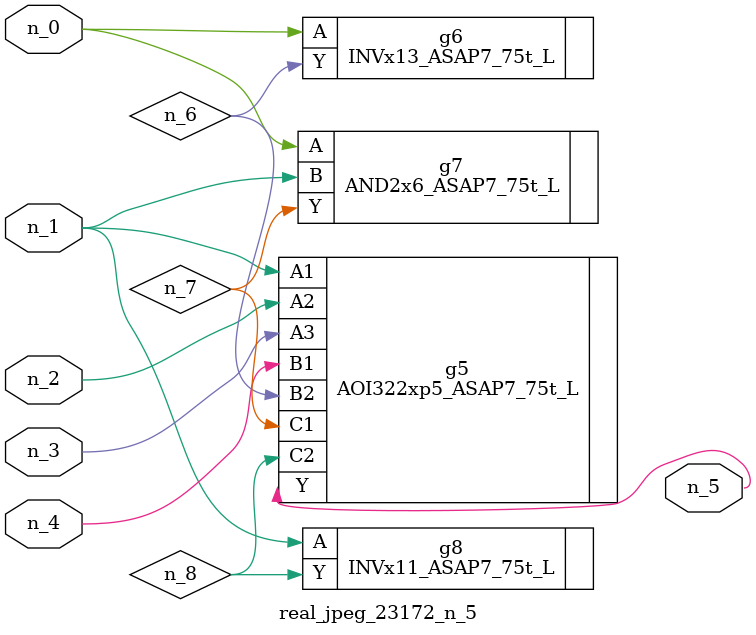
<source format=v>
module real_jpeg_23172_n_5 (n_4, n_0, n_1, n_2, n_3, n_5);

input n_4;
input n_0;
input n_1;
input n_2;
input n_3;

output n_5;

wire n_8;
wire n_6;
wire n_7;

INVx13_ASAP7_75t_L g6 ( 
.A(n_0),
.Y(n_6)
);

AND2x6_ASAP7_75t_L g7 ( 
.A(n_0),
.B(n_1),
.Y(n_7)
);

AOI322xp5_ASAP7_75t_L g5 ( 
.A1(n_1),
.A2(n_2),
.A3(n_3),
.B1(n_4),
.B2(n_6),
.C1(n_7),
.C2(n_8),
.Y(n_5)
);

INVx11_ASAP7_75t_L g8 ( 
.A(n_1),
.Y(n_8)
);


endmodule
</source>
